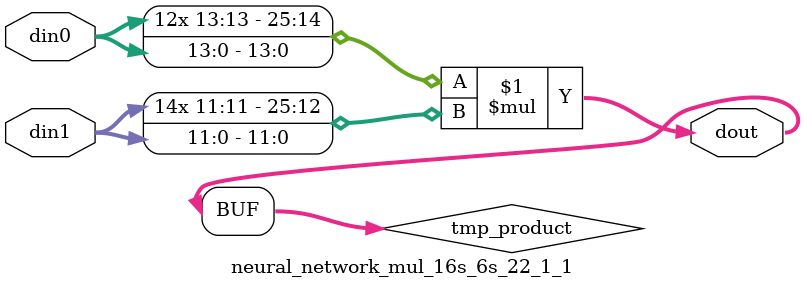
<source format=v>

`timescale 1 ns / 1 ps

  module neural_network_mul_16s_6s_22_1_1(din0, din1, dout);
parameter ID = 1;
parameter NUM_STAGE = 0;
parameter din0_WIDTH = 14;
parameter din1_WIDTH = 12;
parameter dout_WIDTH = 26;

input [din0_WIDTH - 1 : 0] din0; 
input [din1_WIDTH - 1 : 0] din1; 
output [dout_WIDTH - 1 : 0] dout;

wire signed [dout_WIDTH - 1 : 0] tmp_product;













assign tmp_product = $signed(din0) * $signed(din1);








assign dout = tmp_product;







endmodule

</source>
